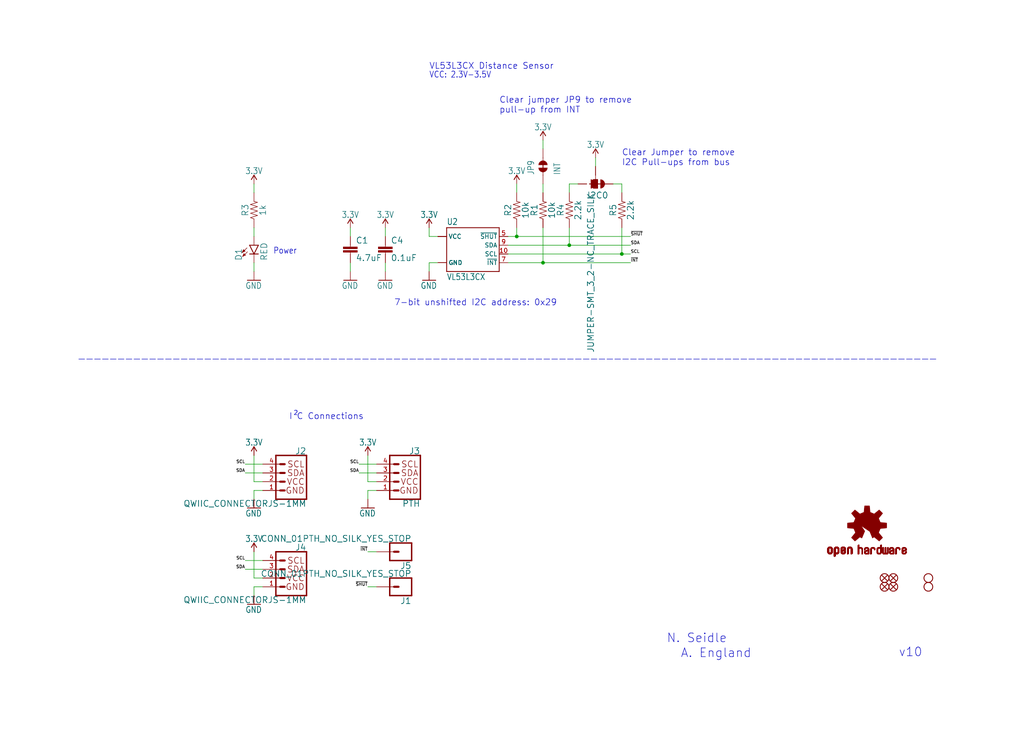
<source format=kicad_sch>
(kicad_sch (version 20211123) (generator eeschema)
  (paper "User" 297.002 212.065)
  (lib_symbols
    (symbol "eagleSchem-eagle-import:0.1UF-0603-25V-(+80{slash}-20%)"
      (property "Reference" "C" (at 1.524 2.921 0))
      (property "Value" "0.1UF-0603-25V-(+80{slash}-20%)" (at 1.524 -2.159 0))
      (symbol "0.1UF-0603-25V-(+80{slash}-20%)_1_0"
        (pin passive line (at 0 5.08 270) (length 2.54) (name "1") (number "1"))
        (pin passive line (at 0 -2.54 90) (length 2.54) (name "2") (number "2"))
      )
    )
    (symbol "eagleSchem-eagle-import:10KOHM-0603-1{slash}10W-1%"
      (property "Reference" "R" (at 0 1.524 0))
      (property "Value" "10KOHM-0603-1{slash}10W-1%" (at 0 -1.524 0))
      (symbol "10KOHM-0603-1{slash}10W-1%_1_0"
        (pin passive line (at -5.08 0 0) (length 2.54) (name "1") (number "1"))
        (pin passive line (at 5.08 0 180) (length 2.54) (name "2") (number "2"))
      )
    )
    (symbol "eagleSchem-eagle-import:1KOHM-0603-1{slash}10W-1%"
      (property "Reference" "R" (at 0 1.524 0))
      (property "Value" "1KOHM-0603-1{slash}10W-1%" (at 0 -1.524 0))
      (symbol "1KOHM-0603-1{slash}10W-1%_1_0"
        (pin passive line (at -5.08 0 0) (length 2.54) (name "1") (number "1"))
        (pin passive line (at 5.08 0 180) (length 2.54) (name "2") (number "2"))
      )
    )
    (symbol "eagleSchem-eagle-import:2.2KOHM-0603-1{slash}10W-1%"
      (property "Reference" "R" (at 0 1.524 0))
      (property "Value" "2.2KOHM-0603-1{slash}10W-1%" (at 0 -1.524 0))
      (symbol "2.2KOHM-0603-1{slash}10W-1%_1_0"
        (pin passive line (at -5.08 0 0) (length 2.54) (name "1") (number "1"))
        (pin passive line (at 5.08 0 180) (length 2.54) (name "2") (number "2"))
      )
    )
    (symbol "eagleSchem-eagle-import:3.3V" (power)
      (property "Value" "3.3V" (at 0 2.794 0))
      (symbol "3.3V_1_0"
        (pin power_in line (at 0 0 90) (length 2.54) (name "3.3V") (number "1"))
      )
    )
    (symbol "eagleSchem-eagle-import:4.7UF0603"
      (property "Reference" "C" (at 1.524 2.921 0))
      (property "Value" "4.7UF0603" (at 1.524 -2.159 0))
      (symbol "4.7UF0603_1_0"
        (pin passive line (at 0 5.08 270) (length 2.54) (name "1") (number "1"))
        (pin passive line (at 0 -2.54 90) (length 2.54) (name "2") (number "2"))
      )
    )
    (symbol "eagleSchem-eagle-import:CONN_01PTH_NO_SILK_YES_STOP"
      (property "Reference" "J" (at -2.54 3.048 0))
      (property "Value" "CONN_01PTH_NO_SILK_YES_STOP" (at -2.54 -4.826 0))
      (symbol "CONN_01PTH_NO_SILK_YES_STOP_1_0"
        (pin passive line (at 7.62 0 180) (length 5.08) (name "1") (number "1"))
      )
    )
    (symbol "eagleSchem-eagle-import:FIDUCIALUFIDUCIAL")
    (symbol "eagleSchem-eagle-import:GND" (power)
      (property "Value" "GND" (at -2.54 -2.54 0))
      (symbol "GND_1_0"
        (pin power_in line (at 0 2.54 270) (length 2.54) (name "GND") (number "1"))
      )
    )
    (symbol "eagleSchem-eagle-import:I2C_STANDARD_NO_SILK"
      (property "Reference" "J" (at -5.08 7.874 0))
      (property "Value" "I2C_STANDARD_NO_SILK" (at -5.08 -5.334 0))
      (symbol "I2C_STANDARD_NO_SILK_1_0"
        (text "GND" (at -4.572 -2.54 0) (effects (font (size 1.778 1.778)) (justify left)))
        (text "SCL" (at -4.572 5.08 0) (effects (font (size 1.778 1.778)) (justify left)))
        (text "SDA" (at -4.572 2.54 0) (effects (font (size 1.778 1.778)) (justify left)))
        (text "VCC" (at -4.572 0 0) (effects (font (size 1.778 1.778)) (justify left)))
        (pin power_in line (at 7.62 -2.54 180) (length 5.08) (name "GND") (number "1"))
        (pin power_in line (at 7.62 0 180) (length 5.08) (name "VCC") (number "2"))
        (pin passive line (at 7.62 2.54 180) (length 5.08) (name "SDA") (number "3"))
        (pin passive line (at 7.62 5.08 180) (length 5.08) (name "SCL") (number "4"))
      )
    )
    (symbol "eagleSchem-eagle-import:JUMPER-PAD-2-NC_BY_TRACE"
      (property "Reference" "JP" (at -2.54 2.54 0))
      (property "Value" "JUMPER-PAD-2-NC_BY_TRACE" (at -2.54 -5.08 0))
      (symbol "JUMPER-PAD-2-NC_BY_TRACE_1_0"
        (pin passive line (at -5.08 0 0) (length 2.54) (name "1") (number "1"))
        (pin passive line (at 5.08 0 180) (length 2.54) (name "2") (number "2"))
      )
    )
    (symbol "eagleSchem-eagle-import:JUMPER-SMT_3_2-NC_TRACE_SILK"
      (property "Reference" "JP" (at 2.54 0.381 0))
      (property "Value" "JUMPER-SMT_3_2-NC_TRACE_SILK" (at 2.54 -0.381 0))
      (symbol "JUMPER-SMT_3_2-NC_TRACE_SILK_1_0"
        (pin passive line (at 0 5.08 270) (length 2.54) (name "1") (number "1"))
        (pin passive line (at -5.08 0 0) (length 2.54) (name "2") (number "2"))
        (pin passive line (at 0 -5.08 90) (length 2.54) (name "3") (number "3"))
      )
    )
    (symbol "eagleSchem-eagle-import:LED-RED0603"
      (property "Reference" "D" (at -3.429 -4.572 90))
      (property "Value" "LED-RED0603" (at 1.905 -4.572 90))
      (symbol "LED-RED0603_1_0"
        (pin passive line (at 0 2.54 270) (length 2.54) (name "A") (number "A"))
        (pin passive line (at 0 -5.08 90) (length 2.54) (name "C") (number "C"))
      )
    )
    (symbol "eagleSchem-eagle-import:OSHW-LOGOMINI")
    (symbol "eagleSchem-eagle-import:QWIIC_CONNECTORJS-1MM"
      (property "Reference" "J" (at -5.08 7.874 0))
      (property "Value" "QWIIC_CONNECTORJS-1MM" (at -5.08 -5.334 0))
      (symbol "QWIIC_CONNECTORJS-1MM_1_0"
        (text "GND" (at -4.572 -2.54 0) (effects (font (size 1.778 1.778)) (justify left)))
        (text "SCL" (at -4.572 5.08 0) (effects (font (size 1.778 1.778)) (justify left)))
        (text "SDA" (at -4.572 2.54 0) (effects (font (size 1.778 1.778)) (justify left)))
        (text "VCC" (at -4.572 0 0) (effects (font (size 1.778 1.778)) (justify left)))
        (pin power_in line (at 7.62 -2.54 180) (length 5.08) (name "1") (number "1"))
        (pin power_in line (at 7.62 0 180) (length 5.08) (name "2") (number "2"))
        (pin passive line (at 7.62 2.54 180) (length 5.08) (name "3") (number "3"))
        (pin passive line (at 7.62 5.08 180) (length 5.08) (name "4") (number "4"))
      )
    )
    (symbol "eagleSchem-eagle-import:STAND-OFF")
    (symbol "eagleSchem-eagle-import:VL53L1XSMD"
      (property "Reference" "U" (at -7.62 8.382 0))
      (property "Value" "VL53L1XSMD" (at -7.62 -7.62 0))
      (symbol "VL53L1XSMD_1_0"
        (pin bidirectional line (at -10.16 5.08 0) (length 2.54) (name "VCC") (number "1"))
        (pin bidirectional line (at 10.16 0 180) (length 2.54) (name "SCL") (number "10"))
        (pin bidirectional line (at -10.16 5.08 0) (length 2.54) (name "VCC") (number "11"))
        (pin bidirectional line (at -10.16 -2.54 0) (length 2.54) (name "GND") (number "12"))
        (pin bidirectional line (at -10.16 -2.54 0) (length 2.54) (name "GND") (number "2"))
        (pin bidirectional line (at -10.16 -2.54 0) (length 2.54) (name "GND") (number "3"))
        (pin bidirectional line (at -10.16 -2.54 0) (length 2.54) (name "GND") (number "4"))
        (pin bidirectional line (at 10.16 5.08 180) (length 2.54) (name "~{SHUT}") (number "5"))
        (pin bidirectional line (at -10.16 -2.54 0) (length 2.54) (name "GND") (number "6"))
        (pin bidirectional line (at 10.16 -2.54 180) (length 2.54) (name "~{INT}") (number "7"))
        (pin bidirectional line (at 10.16 2.54 180) (length 2.54) (name "SDA") (number "9"))
      )
    )
  )
  (junction (at 149.86 68.58))
  (junction (at 157.48 76.2))
  (junction (at 180.34 73.66))
  (junction (at 165.1 71.12))
  (wire (pts (xy 109.22 134.62) (xy 104.14 134.62)))
  (wire (pts (xy 147.32 76.2) (xy 157.48 76.2)))
  (wire (pts (xy 76.2 137.16) (xy 71.12 137.16)))
  (wire (pts (xy 172.72 45.72) (xy 172.72 48.26)))
  (wire (pts (xy 149.86 68.58) (xy 182.88 68.58)))
  (wire (pts (xy 157.48 76.2) (xy 182.88 76.2)))
  (wire (pts (xy 73.66 167.64) (xy 73.66 160.02)))
  (wire (pts (xy 147.32 68.58) (xy 149.86 68.58)))
  (wire (pts (xy 73.66 142.24) (xy 73.66 144.78)))
  (wire (pts (xy 147.32 71.12) (xy 165.1 71.12)))
  (wire (pts (xy 76.2 134.62) (xy 71.12 134.62)))
  (wire (pts (xy 73.66 78.74) (xy 73.66 76.2)))
  (wire (pts (xy 109.22 139.7) (xy 106.68 139.7)))
  (wire (pts (xy 157.48 53.34) (xy 157.48 55.88)))
  (wire (pts (xy 76.2 139.7) (xy 73.66 139.7)))
  (wire (pts (xy 73.66 170.18) (xy 73.66 172.72)))
  (wire (pts (xy 180.34 73.66) (xy 182.88 73.66)))
  (wire (pts (xy 124.46 68.58) (xy 124.46 66.04)))
  (wire (pts (xy 106.68 142.24) (xy 106.68 144.78)))
  (wire (pts (xy 109.22 170.18) (xy 106.68 170.18)))
  (wire (pts (xy 111.76 76.2) (xy 111.76 78.74)))
  (wire (pts (xy 76.2 170.18) (xy 73.66 170.18)))
  (wire (pts (xy 180.34 73.66) (xy 180.34 66.04)))
  (wire (pts (xy 76.2 162.56) (xy 71.12 162.56)))
  (wire (pts (xy 109.22 137.16) (xy 104.14 137.16)))
  (polyline (pts (xy 22.86 104.14) (xy 271.78 104.14)))
  (wire (pts (xy 73.66 139.7) (xy 73.66 132.08)))
  (wire (pts (xy 165.1 55.88) (xy 165.1 53.34)))
  (wire (pts (xy 127 76.2) (xy 124.46 76.2)))
  (wire (pts (xy 73.66 68.58) (xy 73.66 66.04)))
  (wire (pts (xy 180.34 55.88) (xy 180.34 53.34)))
  (wire (pts (xy 157.48 43.18) (xy 157.48 40.64)))
  (wire (pts (xy 149.86 53.34) (xy 149.86 55.88)))
  (wire (pts (xy 109.22 142.24) (xy 106.68 142.24)))
  (wire (pts (xy 149.86 66.04) (xy 149.86 68.58)))
  (wire (pts (xy 165.1 53.34) (xy 167.64 53.34)))
  (wire (pts (xy 147.32 73.66) (xy 180.34 73.66)))
  (wire (pts (xy 109.22 160.02) (xy 106.68 160.02)))
  (wire (pts (xy 73.66 55.88) (xy 73.66 53.34)))
  (wire (pts (xy 165.1 71.12) (xy 182.88 71.12)))
  (wire (pts (xy 165.1 71.12) (xy 165.1 66.04)))
  (wire (pts (xy 127 68.58) (xy 124.46 68.58)))
  (wire (pts (xy 101.6 66.04) (xy 101.6 68.58)))
  (wire (pts (xy 76.2 142.24) (xy 73.66 142.24)))
  (wire (pts (xy 76.2 167.64) (xy 73.66 167.64)))
  (wire (pts (xy 157.48 66.04) (xy 157.48 76.2)))
  (wire (pts (xy 76.2 165.1) (xy 71.12 165.1)))
  (wire (pts (xy 180.34 53.34) (xy 177.8 53.34)))
  (wire (pts (xy 101.6 78.74) (xy 101.6 76.2)))
  (wire (pts (xy 111.76 68.58) (xy 111.76 66.04)))
  (wire (pts (xy 106.68 139.7) (xy 106.68 132.08)))
  (wire (pts (xy 124.46 76.2) (xy 124.46 78.74)))
  (text "2" (at 85.09 120.65 180) (effects (font (size 1.27 1.27)) (justify left bottom)))
  (text "N. Seidle" (at 193.294 186.69 180) (effects (font (size 2.54 2.54)) (justify left bottom)))
  (text "A. England" (at 197.358 191.008 180) (effects (font (size 2.54 2.54)) (justify left bottom)))
  (text "I C Connections" (at 83.82 121.92 180) (effects (font (size 1.778 1.778)) (justify left bottom)))
  (text "v10" (at 260.604 190.754 180) (effects (font (size 2.54 2.54)) (justify left bottom)))
  (text "Clear jumper JP9 to remove\npull-up from INT" (at 144.78 33.02 180) (effects (font (size 1.778 1.778)) (justify left bottom)))
  (text "Power" (at 79.248 73.914 180) (effects (font (size 1.778 1.5113)) (justify left bottom)))
  (text "7-bit unshifted I2C address: 0x29" (at 114.3 88.9 180) (effects (font (size 1.778 1.778)) (justify left bottom)))
  (text "VCC: 2.3V-3.5V" (at 124.46 22.86 180) (effects (font (size 1.778 1.5113)) (justify left bottom)))
  (text "VL53L3CX Distance Sensor" (at 124.46 20.32 180) (effects (font (size 1.778 1.778)) (justify left bottom)))
  (text "Clear Jumper to remove\nI2C Pull-ups from bus" (at 180.34 48.26 180) (effects (font (size 1.778 1.778)) (justify left bottom)))
  (label "SDA" (at 71.12 137.16 180) (effects (font (size 0.889 0.889))))
  (label "SCL" (at 182.88 73.66 0) (effects (font (size 0.889 0.889))))
  (label "SDA" (at 104.14 137.16 180) (effects (font (size 0.889 0.889))))
  (label "SCL" (at 104.14 134.62 180) (effects (font (size 0.889 0.889))))
  (label "SCL" (at 71.12 162.56 180) (effects (font (size 0.889 0.889))))
  (label "SCL" (at 71.12 134.62 180) (effects (font (size 0.889 0.889))))
  (label "~{SHUT}" (at 182.88 68.58 0) (effects (font (size 0.889 0.889))))
  (label "SDA" (at 182.88 71.12 0) (effects (font (size 0.889 0.889))))
  (label "~{INT}" (at 182.88 76.2 0) (effects (font (size 0.889 0.889))))
  (label "~{INT}" (at 106.68 160.02 180) (effects (font (size 0.889 0.889))))
  (label "~{SHUT}" (at 106.68 170.18 180) (effects (font (size 0.889 0.889))))
  (label "SDA" (at 71.12 165.1 180) (effects (font (size 0.889 0.889))))
  (symbol (lib_id "eagleSchem-eagle-import:FIDUCIALUFIDUCIAL") (at 256.54 170.18 0) (unit 1)
    (property "Reference" "JP5" (effects hide))
    (property "Value" "FIDUCIALUFIDUCIAL" (effects hide))
    (property "Footprint" "eagleSchem:MICRO-FIDUCIAL" (effects hide))
  )
  (symbol (lib_id "eagleSchem-eagle-import:3.3V") (at 73.66 132.08 0) (unit 1)
    (property "Reference" "#SUPPLY4" (effects hide))
    (property "Value" "3.3V" (at 73.66 129.286 0) (effects (font (size 1.778 1.5113)) (justify bottom)))
    (property "Footprint" "eagleSchem:" (effects hide))
  )
  (symbol (lib_id "eagleSchem-eagle-import:10KOHM-0603-1{slash}10W-1%") (at 149.86 60.96 90) (unit 1)
    (property "Reference" "R2" (at 148.336 60.96 0) (effects (font (size 1.778 1.778)) (justify bottom)))
    (property "Value" "10k" (at 151.384 60.96 0) (effects (font (size 1.778 1.778)) (justify top)))
    (property "Footprint" "eagleSchem:0603" (effects hide))
  )
  (symbol (lib_id "eagleSchem-eagle-import:0.1UF-0603-25V-(+80{slash}-20%)") (at 111.76 73.66 0) (unit 1)
    (property "Reference" "C4" (at 113.284 70.739 0) (effects (font (size 1.778 1.778)) (justify left bottom)))
    (property "Value" "0.1uF" (at 113.284 75.819 0) (effects (font (size 1.778 1.778)) (justify left bottom)))
    (property "Footprint" "eagleSchem:0603" (effects hide))
  )
  (symbol (lib_id "eagleSchem-eagle-import:STAND-OFF") (at 269.24 167.64 0) (unit 1)
    (property "Reference" "JP3" (effects hide))
    (property "Value" "STAND-OFF" (effects hide))
    (property "Footprint" "eagleSchem:STAND-OFF" (effects hide))
  )
  (symbol (lib_id "eagleSchem-eagle-import:10KOHM-0603-1{slash}10W-1%") (at 157.48 60.96 90) (unit 1)
    (property "Reference" "R1" (at 155.956 60.96 0) (effects (font (size 1.778 1.778)) (justify bottom)))
    (property "Value" "10k" (at 159.004 60.96 0) (effects (font (size 1.778 1.778)) (justify top)))
    (property "Footprint" "eagleSchem:0603" (effects hide))
  )
  (symbol (lib_id "eagleSchem-eagle-import:3.3V") (at 149.86 53.34 0) (unit 1)
    (property "Reference" "#SUPPLY6" (effects hide))
    (property "Value" "3.3V" (at 149.86 50.546 0) (effects (font (size 1.778 1.5113)) (justify bottom)))
    (property "Footprint" "eagleSchem:" (effects hide))
  )
  (symbol (lib_id "eagleSchem-eagle-import:GND") (at 106.68 147.32 0) (unit 1)
    (property "Reference" "#GND7" (effects hide))
    (property "Value" "GND" (at 104.14 149.86 0) (effects (font (size 1.778 1.5113)) (justify left bottom)))
    (property "Footprint" "eagleSchem:" (effects hide))
  )
  (symbol (lib_id "eagleSchem-eagle-import:I2C_STANDARD_NO_SILK") (at 116.84 139.7 0) (mirror y) (unit 1)
    (property "Reference" "J3" (at 121.92 131.826 0) (effects (font (size 1.778 1.778)) (justify left bottom)))
    (property "Value" "PTH" (at 121.92 145.034 0) (effects (font (size 1.778 1.778)) (justify left top)))
    (property "Footprint" "eagleSchem:1X04_NO_SILK" (effects hide))
  )
  (symbol (lib_id "eagleSchem-eagle-import:3.3V") (at 73.66 53.34 0) (unit 1)
    (property "Reference" "#SUPPLY10" (effects hide))
    (property "Value" "3.3V" (at 73.66 50.546 0) (effects (font (size 1.778 1.5113)) (justify bottom)))
    (property "Footprint" "eagleSchem:" (effects hide))
  )
  (symbol (lib_id "eagleSchem-eagle-import:3.3V") (at 111.76 66.04 0) (unit 1)
    (property "Reference" "#SUPPLY5" (effects hide))
    (property "Value" "3.3V" (at 111.76 63.246 0) (effects (font (size 1.778 1.5113)) (justify bottom)))
    (property "Footprint" "eagleSchem:" (effects hide))
  )
  (symbol (lib_id "eagleSchem-eagle-import:VL53L1XSMD") (at 137.16 73.66 0) (unit 1)
    (property "Reference" "U2" (at 129.54 65.278 0) (effects (font (size 1.778 1.5113)) (justify left bottom)))
    (property "Value" "VL53L3CX" (at 129.54 81.28 0) (effects (font (size 1.778 1.5113)) (justify left bottom)))
    (property "Footprint" "eagleSchem:VL53L1X" (effects hide))
  )
  (symbol (lib_id "eagleSchem-eagle-import:4.7UF0603") (at 101.6 73.66 0) (unit 1)
    (property "Reference" "C1" (at 103.124 70.739 0) (effects (font (size 1.778 1.778)) (justify left bottom)))
    (property "Value" "4.7uF" (at 103.124 75.819 0) (effects (font (size 1.778 1.778)) (justify left bottom)))
    (property "Footprint" "eagleSchem:0603" (effects hide))
  )
  (symbol (lib_id "eagleSchem-eagle-import:GND") (at 73.66 175.26 0) (unit 1)
    (property "Reference" "#GND8" (effects hide))
    (property "Value" "GND" (at 71.12 177.8 0) (effects (font (size 1.778 1.5113)) (justify left bottom)))
    (property "Footprint" "eagleSchem:" (effects hide))
  )
  (symbol (lib_id "eagleSchem-eagle-import:3.3V") (at 101.6 66.04 0) (unit 1)
    (property "Reference" "#SUPPLY9" (effects hide))
    (property "Value" "3.3V" (at 101.6 63.246 0) (effects (font (size 1.778 1.5113)) (justify bottom)))
    (property "Footprint" "eagleSchem:" (effects hide))
  )
  (symbol (lib_id "eagleSchem-eagle-import:GND") (at 73.66 147.32 0) (unit 1)
    (property "Reference" "#GND6" (effects hide))
    (property "Value" "GND" (at 71.12 149.86 0) (effects (font (size 1.778 1.5113)) (justify left bottom)))
    (property "Footprint" "eagleSchem:" (effects hide))
  )
  (symbol (lib_id "eagleSchem-eagle-import:3.3V") (at 172.72 45.72 0) (unit 1)
    (property "Reference" "#SUPPLY1" (effects hide))
    (property "Value" "3.3V" (at 172.72 42.926 0) (effects (font (size 1.778 1.5113)) (justify bottom)))
    (property "Footprint" "eagleSchem:" (effects hide))
  )
  (symbol (lib_id "eagleSchem-eagle-import:OSHW-LOGOMINI") (at 251.46 152.4 0) (unit 1)
    (property "Reference" "LOGO1" (effects hide))
    (property "Value" "OSHW-LOGOMINI" (effects hide))
    (property "Footprint" "eagleSchem:OSHW-LOGO-MINI" (effects hide))
  )
  (symbol (lib_id "eagleSchem-eagle-import:QWIIC_CONNECTORJS-1MM") (at 83.82 167.64 0) (mirror y) (unit 1)
    (property "Reference" "J4" (at 88.9 159.766 0) (effects (font (size 1.778 1.778)) (justify left bottom)))
    (property "Value" "QWIIC_CONNECTORJS-1MM" (at 88.9 172.974 0) (effects (font (size 1.778 1.778)) (justify left top)))
    (property "Footprint" "eagleSchem:1X04_1MM_RA" (effects hide))
  )
  (symbol (lib_id "eagleSchem-eagle-import:GND") (at 111.76 81.28 0) (unit 1)
    (property "Reference" "#GND4" (effects hide))
    (property "Value" "GND" (at 109.22 83.82 0) (effects (font (size 1.778 1.5113)) (justify left bottom)))
    (property "Footprint" "eagleSchem:" (effects hide))
  )
  (symbol (lib_id "eagleSchem-eagle-import:LED-RED0603") (at 73.66 71.12 0) (unit 1)
    (property "Reference" "D1" (at 70.231 75.692 90) (effects (font (size 1.778 1.778)) (justify left bottom)))
    (property "Value" "RED" (at 75.565 75.692 90) (effects (font (size 1.778 1.778)) (justify left top)))
    (property "Footprint" "eagleSchem:LED-0603" (effects hide))
  )
  (symbol (lib_id "eagleSchem-eagle-import:1KOHM-0603-1{slash}10W-1%") (at 73.66 60.96 90) (unit 1)
    (property "Reference" "R3" (at 72.136 60.96 0) (effects (font (size 1.778 1.778)) (justify bottom)))
    (property "Value" "1k" (at 75.184 60.96 0) (effects (font (size 1.778 1.778)) (justify top)))
    (property "Footprint" "eagleSchem:0603" (effects hide))
  )
  (symbol (lib_id "eagleSchem-eagle-import:FIDUCIALUFIDUCIAL") (at 259.08 170.18 0) (unit 1)
    (property "Reference" "JP1" (effects hide))
    (property "Value" "FIDUCIALUFIDUCIAL" (effects hide))
    (property "Footprint" "eagleSchem:MICRO-FIDUCIAL" (effects hide))
  )
  (symbol (lib_id "eagleSchem-eagle-import:JUMPER-PAD-2-NC_BY_TRACE") (at 157.48 48.26 90) (unit 1)
    (property "Reference" "JP9" (at 154.94 50.8 0) (effects (font (size 1.778 1.5113)) (justify left bottom)))
    (property "Value" "INT" (at 162.56 50.8 0) (effects (font (size 1.778 1.5113)) (justify left bottom)))
    (property "Footprint" "eagleSchem:PAD-JUMPER-2-NC_BY_TRACE_YES_SILK" (effects hide))
  )
  (symbol (lib_id "eagleSchem-eagle-import:STAND-OFF") (at 269.24 170.18 0) (unit 1)
    (property "Reference" "JP4" (effects hide))
    (property "Value" "STAND-OFF" (effects hide))
    (property "Footprint" "eagleSchem:STAND-OFF" (effects hide))
  )
  (symbol (lib_id "eagleSchem-eagle-import:FIDUCIALUFIDUCIAL") (at 256.54 167.64 0) (unit 1)
    (property "Reference" "JP2" (effects hide))
    (property "Value" "FIDUCIALUFIDUCIAL" (effects hide))
    (property "Footprint" "eagleSchem:MICRO-FIDUCIAL" (effects hide))
  )
  (symbol (lib_id "eagleSchem-eagle-import:GND") (at 124.46 81.28 0) (unit 1)
    (property "Reference" "#GND1" (effects hide))
    (property "Value" "GND" (at 121.92 83.82 0) (effects (font (size 1.778 1.5113)) (justify left bottom)))
    (property "Footprint" "eagleSchem:" (effects hide))
  )
  (symbol (lib_id "eagleSchem-eagle-import:CONN_01PTH_NO_SILK_YES_STOP") (at 116.84 160.02 180) (unit 1)
    (property "Reference" "J5" (at 119.38 163.068 0) (effects (font (size 1.778 1.778)) (justify left bottom)))
    (property "Value" "CONN_01PTH_NO_SILK_YES_STOP" (at 119.38 155.194 0) (effects (font (size 1.778 1.778)) (justify left bottom)))
    (property "Footprint" "eagleSchem:1X01_NO_SILK" (effects hide))
  )
  (symbol (lib_id "eagleSchem-eagle-import:3.3V") (at 73.66 160.02 0) (unit 1)
    (property "Reference" "#SUPPLY8" (effects hide))
    (property "Value" "3.3V" (at 73.66 157.226 0) (effects (font (size 1.778 1.5113)) (justify bottom)))
    (property "Footprint" "eagleSchem:" (effects hide))
  )
  (symbol (lib_id "eagleSchem-eagle-import:CONN_01PTH_NO_SILK_YES_STOP") (at 116.84 170.18 180) (unit 1)
    (property "Reference" "J1" (at 119.38 173.228 0) (effects (font (size 1.778 1.778)) (justify left bottom)))
    (property "Value" "CONN_01PTH_NO_SILK_YES_STOP" (at 119.38 165.354 0) (effects (font (size 1.778 1.778)) (justify left bottom)))
    (property "Footprint" "eagleSchem:1X01_NO_SILK" (effects hide))
  )
  (symbol (lib_id "eagleSchem-eagle-import:GND") (at 73.66 81.28 0) (unit 1)
    (property "Reference" "#GND3" (effects hide))
    (property "Value" "GND" (at 71.12 83.82 0) (effects (font (size 1.778 1.5113)) (justify left bottom)))
    (property "Footprint" "eagleSchem:" (effects hide))
  )
  (symbol (lib_id "eagleSchem-eagle-import:GND") (at 101.6 81.28 0) (unit 1)
    (property "Reference" "#GND2" (effects hide))
    (property "Value" "GND" (at 99.06 83.82 0) (effects (font (size 1.778 1.5113)) (justify left bottom)))
    (property "Footprint" "eagleSchem:" (effects hide))
  )
  (symbol (lib_id "eagleSchem-eagle-import:3.3V") (at 124.46 66.04 0) (unit 1)
    (property "Reference" "#SUPPLY3" (effects hide))
    (property "Value" "3.3V" (at 124.46 63.246 0) (effects (font (size 1.778 1.5113)) (justify bottom)))
    (property "Footprint" "eagleSchem:" (effects hide))
  )
  (symbol (lib_id "eagleSchem-eagle-import:2.2KOHM-0603-1{slash}10W-1%") (at 180.34 60.96 90) (unit 1)
    (property "Reference" "R5" (at 178.816 60.96 0) (effects (font (size 1.778 1.778)) (justify bottom)))
    (property "Value" "2.2k" (at 181.864 60.96 0) (effects (font (size 1.778 1.778)) (justify top)))
    (property "Footprint" "eagleSchem:0603" (effects hide))
  )
  (symbol (lib_id "eagleSchem-eagle-import:FIDUCIALUFIDUCIAL") (at 259.08 167.64 0) (unit 1)
    (property "Reference" "JP6" (effects hide))
    (property "Value" "FIDUCIALUFIDUCIAL" (effects hide))
    (property "Footprint" "eagleSchem:MICRO-FIDUCIAL" (effects hide))
  )
  (symbol (lib_id "eagleSchem-eagle-import:3.3V") (at 106.68 132.08 0) (unit 1)
    (property "Reference" "#SUPPLY7" (effects hide))
    (property "Value" "3.3V" (at 106.68 129.286 0) (effects (font (size 1.778 1.5113)) (justify bottom)))
    (property "Footprint" "eagleSchem:" (effects hide))
  )
  (symbol (lib_id "eagleSchem-eagle-import:3.3V") (at 157.48 40.64 0) (unit 1)
    (property "Reference" "#SUPPLY2" (effects hide))
    (property "Value" "3.3V" (at 157.48 37.846 0) (effects (font (size 1.778 1.5113)) (justify bottom)))
    (property "Footprint" "eagleSchem:" (effects hide))
  )
  (symbol (lib_id "eagleSchem-eagle-import:JUMPER-SMT_3_2-NC_TRACE_SILK") (at 172.72 53.34 270) (unit 1)
    (property "Reference" "I2C0" (at 170.18 57.658 90) (effects (font (size 1.778 1.778)) (justify left bottom)))
    (property "Value" "JUMPER-SMT_3_2-NC_TRACE_SILK" (at 172.339 55.88 0) (effects (font (size 1.778 1.778)) (justify left top)))
    (property "Footprint" "eagleSchem:SMT-JUMPER_3_2-NC_TRACE_SILK" (effects hide))
  )
  (symbol (lib_id "eagleSchem-eagle-import:2.2KOHM-0603-1{slash}10W-1%") (at 165.1 60.96 90) (unit 1)
    (property "Reference" "R4" (at 163.576 60.96 0) (effects (font (size 1.778 1.778)) (justify bottom)))
    (property "Value" "2.2k" (at 166.624 60.96 0) (effects (font (size 1.778 1.778)) (justify top)))
    (property "Footprint" "eagleSchem:0603" (effects hide))
  )
  (symbol (lib_id "eagleSchem-eagle-import:QWIIC_CONNECTORJS-1MM") (at 83.82 139.7 0) (mirror y) (unit 1)
    (property "Reference" "J2" (at 88.9 131.826 0) (effects (font (size 1.778 1.778)) (justify left bottom)))
    (property "Value" "QWIIC_CONNECTORJS-1MM" (at 88.9 145.034 0) (effects (font (size 1.778 1.778)) (justify left top)))
    (property "Footprint" "eagleSchem:1X04_1MM_RA" (effects hide))
  )
)
</source>
